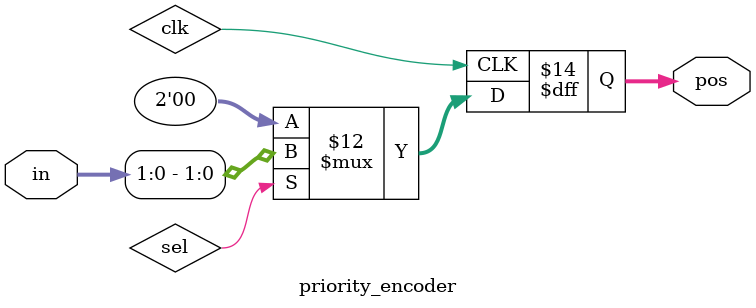
<source format=v>
module priority_encoder( 
input [2:0] in,
output reg [1:0] pos ); 
// When sel=1, assign b to out
// When sel=0, assign a to out
// When sel=2, assign a to out
// When sel=3, assign b to out
always @(posedge clk) begin
  if (sel == 1) begin
    pos <= in;
  end else if (sel == 2) begin
    pos <= in;
  end else if (sel == 3) begin
    pos <= in;
  end else begin
    pos <= 0;
  end
end
endmodule

</source>
